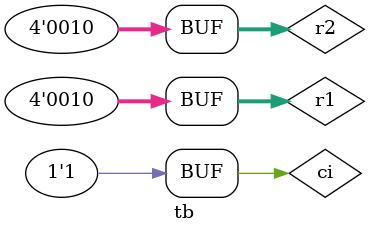
<source format=v>
`include "addbit.v"

module adder_hier (
	result, carry, r1, r2, ci

);

input [3:0] r1, r2;
input ci;

output [3:0] result;
output carry;

wire [3:0] r1, r2, result;
wire ci, carry;

wire c1, c2, c3;
addbit u0(r1[0], r2[0], ci, result[0], c1);
addbit u1(r1[1], r2[1], c1, result[1], c2);
addbit u2(r1[2], r2[2], c2, result[2], c3);
addbit u3(r1[3], r2[3], c3, result[3], carry);

endmodule


module tb ();

reg [3:0] r1,r2;
reg ci;
wire [3:0] result;
wire carry;
	
	initial begin
		r1 = 0;
		r2 = 0;
		ci = 0;

		#10 r1 = 18;
		#10 r2 = 2;
		#10 ci = 1;
		#10 $display("+---------------------------+");
	end

adder_hier U(result, carry, r1, r2, ci);

initial begin
	$display("+----------------------+");
	$display("| r1 | r2 | ci | u0.sum | u1.sum | u2.sum | u3.sum |");
	$display("+----------------------+");
	$monitor("| %h | %h | %h | %h | %h | %h | %h |", r1, r2, ci, tb.U.u0.sum, tb.U.u1.sum, tb.U.u2.sum, tb.U.u3.sum);
end	
//Note, in the output, r1 is listed as a, that is because we have printed hexadecimals, %h. 
//When run on r1 = 18, r1 = 2 is listed, 10010 which, 5th bit is removed as size of r1 was 4 bits.
endmodule




</source>
